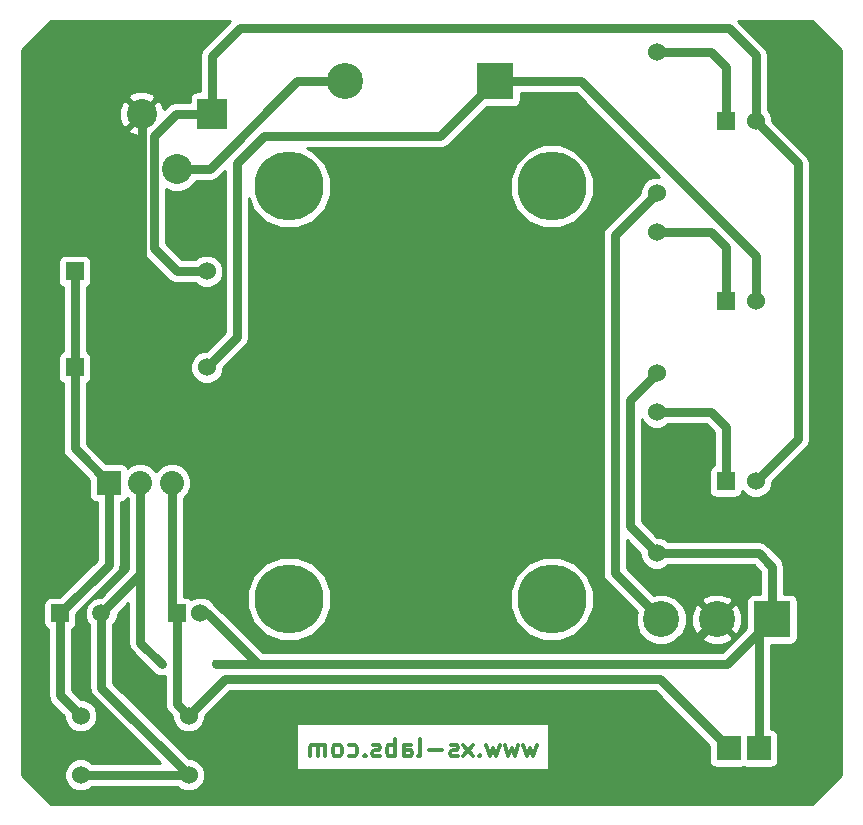
<source format=gbr>
G04 #@! TF.FileFunction,Copper,L2,Bot,Signal*
%FSLAX46Y46*%
G04 Gerber Fmt 4.6, Leading zero omitted, Abs format (unit mm)*
G04 Created by KiCad (PCBNEW (2015-08-21 BZR 6112)-product) date 2015 October 20, Tuesday 21:56:33*
%MOMM*%
G01*
G04 APERTURE LIST*
%ADD10C,0.100000*%
%ADD11C,0.300000*%
%ADD12C,5.842000*%
%ADD13C,3.048000*%
%ADD14R,3.048000X3.048000*%
%ADD15R,1.500000X1.500000*%
%ADD16C,1.500000*%
%ADD17C,1.524000*%
%ADD18R,1.524000X1.524000*%
%ADD19C,2.540000*%
%ADD20R,2.540000X2.540000*%
%ADD21R,2.032000X2.032000*%
%ADD22C,2.032000*%
%ADD23C,0.762000*%
%ADD24C,0.762000*%
%ADD25C,0.254000*%
G04 APERTURE END LIST*
D10*
D11*
X155474572Y-129980571D02*
X155188858Y-130980571D01*
X154903144Y-130266286D01*
X154617429Y-130980571D01*
X154331715Y-129980571D01*
X153903143Y-129980571D02*
X153617429Y-130980571D01*
X153331715Y-130266286D01*
X153046000Y-130980571D01*
X152760286Y-129980571D01*
X152331714Y-129980571D02*
X152046000Y-130980571D01*
X151760286Y-130266286D01*
X151474571Y-130980571D01*
X151188857Y-129980571D01*
X150617428Y-130837714D02*
X150546000Y-130909143D01*
X150617428Y-130980571D01*
X150688857Y-130909143D01*
X150617428Y-130837714D01*
X150617428Y-130980571D01*
X150045999Y-130980571D02*
X149260285Y-129980571D01*
X150045999Y-129980571D02*
X149260285Y-130980571D01*
X148760285Y-130909143D02*
X148617428Y-130980571D01*
X148331713Y-130980571D01*
X148188856Y-130909143D01*
X148117428Y-130766286D01*
X148117428Y-130694857D01*
X148188856Y-130552000D01*
X148331713Y-130480571D01*
X148545999Y-130480571D01*
X148688856Y-130409143D01*
X148760285Y-130266286D01*
X148760285Y-130194857D01*
X148688856Y-130052000D01*
X148545999Y-129980571D01*
X148331713Y-129980571D01*
X148188856Y-130052000D01*
X147474570Y-130409143D02*
X146331713Y-130409143D01*
X145403141Y-130980571D02*
X145545999Y-130909143D01*
X145617427Y-130766286D01*
X145617427Y-129480571D01*
X144188856Y-130980571D02*
X144188856Y-130194857D01*
X144260285Y-130052000D01*
X144403142Y-129980571D01*
X144688856Y-129980571D01*
X144831713Y-130052000D01*
X144188856Y-130909143D02*
X144331713Y-130980571D01*
X144688856Y-130980571D01*
X144831713Y-130909143D01*
X144903142Y-130766286D01*
X144903142Y-130623429D01*
X144831713Y-130480571D01*
X144688856Y-130409143D01*
X144331713Y-130409143D01*
X144188856Y-130337714D01*
X143474570Y-130980571D02*
X143474570Y-129480571D01*
X143474570Y-130052000D02*
X143331713Y-129980571D01*
X143045999Y-129980571D01*
X142903142Y-130052000D01*
X142831713Y-130123429D01*
X142760284Y-130266286D01*
X142760284Y-130694857D01*
X142831713Y-130837714D01*
X142903142Y-130909143D01*
X143045999Y-130980571D01*
X143331713Y-130980571D01*
X143474570Y-130909143D01*
X142188856Y-130909143D02*
X142045999Y-130980571D01*
X141760284Y-130980571D01*
X141617427Y-130909143D01*
X141545999Y-130766286D01*
X141545999Y-130694857D01*
X141617427Y-130552000D01*
X141760284Y-130480571D01*
X141974570Y-130480571D01*
X142117427Y-130409143D01*
X142188856Y-130266286D01*
X142188856Y-130194857D01*
X142117427Y-130052000D01*
X141974570Y-129980571D01*
X141760284Y-129980571D01*
X141617427Y-130052000D01*
X140903141Y-130837714D02*
X140831713Y-130909143D01*
X140903141Y-130980571D01*
X140974570Y-130909143D01*
X140903141Y-130837714D01*
X140903141Y-130980571D01*
X139545998Y-130909143D02*
X139688855Y-130980571D01*
X139974569Y-130980571D01*
X140117427Y-130909143D01*
X140188855Y-130837714D01*
X140260284Y-130694857D01*
X140260284Y-130266286D01*
X140188855Y-130123429D01*
X140117427Y-130052000D01*
X139974569Y-129980571D01*
X139688855Y-129980571D01*
X139545998Y-130052000D01*
X138688855Y-130980571D02*
X138831713Y-130909143D01*
X138903141Y-130837714D01*
X138974570Y-130694857D01*
X138974570Y-130266286D01*
X138903141Y-130123429D01*
X138831713Y-130052000D01*
X138688855Y-129980571D01*
X138474570Y-129980571D01*
X138331713Y-130052000D01*
X138260284Y-130123429D01*
X138188855Y-130266286D01*
X138188855Y-130694857D01*
X138260284Y-130837714D01*
X138331713Y-130909143D01*
X138474570Y-130980571D01*
X138688855Y-130980571D01*
X137545998Y-130980571D02*
X137545998Y-129980571D01*
X137545998Y-130123429D02*
X137474570Y-130052000D01*
X137331712Y-129980571D01*
X137117427Y-129980571D01*
X136974570Y-130052000D01*
X136903141Y-130194857D01*
X136903141Y-130980571D01*
X136903141Y-130194857D02*
X136831712Y-130052000D01*
X136688855Y-129980571D01*
X136474570Y-129980571D01*
X136331712Y-130052000D01*
X136260284Y-130194857D01*
X136260284Y-130980571D01*
D12*
X134493000Y-117652800D03*
X134493000Y-82727800D03*
X156718000Y-117652800D03*
X156718000Y-82727800D03*
D13*
X139255500Y-73837800D03*
D14*
X151955500Y-73837800D03*
D15*
X115090000Y-118872000D03*
D16*
X118590000Y-118872000D03*
D17*
X116840000Y-127548000D03*
X116840000Y-132548000D03*
X125984000Y-127548000D03*
X125984000Y-132548000D03*
D18*
X124984000Y-118872000D03*
D17*
X126984000Y-118872000D03*
X127508000Y-89916000D03*
D18*
X116332000Y-89916000D03*
D17*
X127508000Y-98044000D03*
D18*
X116332000Y-98044000D03*
D17*
X173990000Y-107696000D03*
D18*
X171450000Y-107696000D03*
D17*
X173990000Y-92456000D03*
D18*
X171450000Y-92456000D03*
D17*
X173990000Y-77216000D03*
D18*
X171450000Y-77216000D03*
D19*
X125000000Y-81282000D03*
X122000000Y-76582000D03*
D20*
X128000000Y-76582000D03*
D21*
X171704000Y-130302000D03*
X174244000Y-130302000D03*
D17*
X165608000Y-113792000D03*
X165608000Y-101854000D03*
X165608000Y-98552000D03*
X165608000Y-86614000D03*
X165608000Y-83312000D03*
X165608000Y-71374000D03*
D13*
X170688000Y-119380000D03*
X165989000Y-119380000D03*
D14*
X175387000Y-119380000D03*
D21*
X119216000Y-107798000D03*
D22*
X121886000Y-107798000D03*
X124556000Y-107798000D03*
D23*
X123698000Y-123190000D03*
X128270000Y-123190000D03*
D24*
X127760000Y-81282000D02*
X125000000Y-81282000D01*
X135204200Y-73837800D02*
X127760000Y-81282000D01*
X139255500Y-73837800D02*
X135204200Y-73837800D01*
X173990000Y-92456000D02*
X173990000Y-88646000D01*
X159181800Y-73837800D02*
X151955500Y-73837800D01*
X173990000Y-88646000D02*
X159181800Y-73837800D01*
X127508000Y-98044000D02*
X130048000Y-95504000D01*
X147307300Y-78486000D02*
X151955500Y-73837800D01*
X132334000Y-78486000D02*
X147307300Y-78486000D01*
X130048000Y-80772000D02*
X132334000Y-78486000D01*
X130048000Y-95504000D02*
X130048000Y-80772000D01*
X115090000Y-118872000D02*
X115090000Y-125798000D01*
X115090000Y-125798000D02*
X116840000Y-127548000D01*
X119216000Y-107798000D02*
X119216000Y-114746000D01*
X119216000Y-114746000D02*
X115090000Y-118872000D01*
X116332000Y-98044000D02*
X116332000Y-104914000D01*
X116332000Y-104914000D02*
X119216000Y-107798000D01*
X116332000Y-89916000D02*
X116332000Y-98044000D01*
X131826000Y-123190000D02*
X128270000Y-123190000D01*
X121886000Y-121378000D02*
X121886000Y-115576000D01*
X123698000Y-123190000D02*
X121886000Y-121378000D01*
X165608000Y-98552000D02*
X163322000Y-100838000D01*
X163322000Y-111506000D02*
X165608000Y-113792000D01*
X163322000Y-100838000D02*
X163322000Y-111506000D01*
X118590000Y-125154000D02*
X125984000Y-132548000D01*
X118590000Y-118872000D02*
X118590000Y-125154000D01*
X126984000Y-118872000D02*
X127508000Y-118872000D01*
X127508000Y-118872000D02*
X131826000Y-123190000D01*
X131826000Y-123190000D02*
X171577000Y-123190000D01*
X171577000Y-123190000D02*
X175387000Y-119380000D01*
X165608000Y-113792000D02*
X174244000Y-113792000D01*
X175387000Y-114935000D02*
X175387000Y-119380000D01*
X174244000Y-113792000D02*
X175387000Y-114935000D01*
X174244000Y-130302000D02*
X174244000Y-120523000D01*
X174244000Y-120523000D02*
X175387000Y-119380000D01*
X116840000Y-132548000D02*
X125984000Y-132548000D01*
X121886000Y-107798000D02*
X121886000Y-115576000D01*
X121886000Y-115576000D02*
X118590000Y-118872000D01*
X125984000Y-127548000D02*
X125984000Y-127508000D01*
X125984000Y-127508000D02*
X129032000Y-124460000D01*
X165862000Y-124460000D02*
X171704000Y-130302000D01*
X129032000Y-124460000D02*
X165862000Y-124460000D01*
X124556000Y-107798000D02*
X124556000Y-118444000D01*
X124556000Y-118444000D02*
X124984000Y-118872000D01*
X124984000Y-126548000D02*
X125984000Y-127548000D01*
X124984000Y-118872000D02*
X124984000Y-126548000D01*
X173990000Y-77216000D02*
X177546000Y-80772000D01*
X177546000Y-104140000D02*
X173990000Y-107696000D01*
X177546000Y-80772000D02*
X177546000Y-104140000D01*
X128000000Y-76582000D02*
X124920002Y-76582000D01*
X124968000Y-89916000D02*
X127508000Y-89916000D01*
X123016002Y-87964002D02*
X124968000Y-89916000D01*
X123016002Y-78486000D02*
X123016002Y-87964002D01*
X124920002Y-76582000D02*
X123016002Y-78486000D01*
X128000000Y-71644000D02*
X128000000Y-76582000D01*
X130302000Y-69342000D02*
X128000000Y-71644000D01*
X171704000Y-69342000D02*
X130302000Y-69342000D01*
X173990000Y-71628000D02*
X171704000Y-69342000D01*
X173990000Y-77216000D02*
X173990000Y-71628000D01*
X165608000Y-101854000D02*
X170180000Y-101854000D01*
X171450000Y-103124000D02*
X171450000Y-107696000D01*
X170180000Y-101854000D02*
X171450000Y-103124000D01*
X165608000Y-86614000D02*
X170180000Y-86614000D01*
X171450000Y-87884000D02*
X171450000Y-92456000D01*
X170180000Y-86614000D02*
X171450000Y-87884000D01*
X165608000Y-71374000D02*
X170180000Y-71374000D01*
X171450000Y-72644000D02*
X171450000Y-77216000D01*
X170180000Y-71374000D02*
X171450000Y-72644000D01*
X122000000Y-102188000D02*
X122000000Y-76582000D01*
X130048000Y-110236000D02*
X122000000Y-102188000D01*
X130048000Y-119380000D02*
X130048000Y-110236000D01*
X132588000Y-121920000D02*
X130048000Y-119380000D01*
X168148000Y-121920000D02*
X132588000Y-121920000D01*
X170688000Y-119380000D02*
X168148000Y-121920000D01*
X165608000Y-83312000D02*
X162052000Y-86868000D01*
X162052000Y-115443000D02*
X165989000Y-119380000D01*
X162052000Y-86868000D02*
X162052000Y-115443000D01*
D25*
G36*
X127281580Y-70925580D02*
X127061338Y-71255193D01*
X127061338Y-71255194D01*
X126984000Y-71644000D01*
X126984000Y-74664560D01*
X126730000Y-74664560D01*
X126494683Y-74708838D01*
X126278559Y-74847910D01*
X126133569Y-75060110D01*
X126082560Y-75312000D01*
X126082560Y-75566000D01*
X124920002Y-75566000D01*
X124531195Y-75643338D01*
X124201582Y-75863579D01*
X123894879Y-76170283D01*
X123894436Y-76153368D01*
X123642657Y-75545520D01*
X123347777Y-75413828D01*
X122179605Y-76582000D01*
X122193748Y-76596143D01*
X122014143Y-76775748D01*
X122000000Y-76761605D01*
X120831828Y-77929777D01*
X120963520Y-78224657D01*
X121671036Y-78496261D01*
X122000002Y-78487653D01*
X122000002Y-87964002D01*
X122009399Y-88011242D01*
X122077340Y-88352809D01*
X122297582Y-88682422D01*
X124249579Y-90634420D01*
X124579193Y-90854662D01*
X124643700Y-90867493D01*
X124968000Y-90932000D01*
X126548293Y-90932000D01*
X126715630Y-91099629D01*
X127228900Y-91312757D01*
X127784661Y-91313242D01*
X128298303Y-91101010D01*
X128691629Y-90708370D01*
X128904757Y-90195100D01*
X128905242Y-89639339D01*
X128693010Y-89125697D01*
X128300370Y-88732371D01*
X127787100Y-88519243D01*
X127231339Y-88518758D01*
X126717697Y-88730990D01*
X126548392Y-88900000D01*
X125388841Y-88900000D01*
X124032002Y-87543162D01*
X124032002Y-82942756D01*
X124619410Y-83186668D01*
X125377265Y-83187330D01*
X126077686Y-82897922D01*
X126614039Y-82362505D01*
X126640824Y-82298000D01*
X127760000Y-82298000D01*
X128084300Y-82233493D01*
X128148807Y-82220662D01*
X128478420Y-82000420D01*
X129032000Y-81446840D01*
X129032000Y-95083159D01*
X127468195Y-96646965D01*
X127231339Y-96646758D01*
X126717697Y-96858990D01*
X126324371Y-97251630D01*
X126111243Y-97764900D01*
X126110758Y-98320661D01*
X126322990Y-98834303D01*
X126715630Y-99227629D01*
X127228900Y-99440757D01*
X127784661Y-99441242D01*
X128298303Y-99229010D01*
X128691629Y-98836370D01*
X128904757Y-98323100D01*
X128904966Y-98083875D01*
X130766420Y-96222421D01*
X130986661Y-95892807D01*
X130986662Y-95892806D01*
X131064000Y-95504000D01*
X131064000Y-83740883D01*
X131476612Y-84739481D01*
X132476058Y-85740672D01*
X133782565Y-86283181D01*
X135197229Y-86284416D01*
X136504681Y-85744188D01*
X137505872Y-84744742D01*
X138048381Y-83438235D01*
X138048386Y-83432029D01*
X153161384Y-83432029D01*
X153701612Y-84739481D01*
X154701058Y-85740672D01*
X156007565Y-86283181D01*
X157422229Y-86284416D01*
X158729681Y-85744188D01*
X159730872Y-84744742D01*
X160273381Y-83438235D01*
X160274616Y-82023571D01*
X159734388Y-80716119D01*
X158734942Y-79714928D01*
X157428435Y-79172419D01*
X156013771Y-79171184D01*
X154706319Y-79711412D01*
X153705128Y-80710858D01*
X153162619Y-82017365D01*
X153161384Y-83432029D01*
X138048386Y-83432029D01*
X138049616Y-82023571D01*
X137509388Y-80716119D01*
X136509942Y-79714928D01*
X135997154Y-79502000D01*
X147307300Y-79502000D01*
X147631600Y-79437493D01*
X147696107Y-79424662D01*
X148025720Y-79204420D01*
X151220901Y-76009240D01*
X153479500Y-76009240D01*
X153714817Y-75964962D01*
X153930941Y-75825890D01*
X154075931Y-75613690D01*
X154126940Y-75361800D01*
X154126940Y-74853800D01*
X158760960Y-74853800D01*
X165822346Y-81915186D01*
X165331339Y-81914758D01*
X164817697Y-82126990D01*
X164424371Y-82519630D01*
X164211243Y-83032900D01*
X164211034Y-83272125D01*
X161333580Y-86149580D01*
X161113338Y-86479193D01*
X161113338Y-86479194D01*
X161036000Y-86868000D01*
X161036000Y-115443000D01*
X161099453Y-115762000D01*
X161113338Y-115831807D01*
X161333580Y-116161420D01*
X163915594Y-118743435D01*
X163830376Y-118948664D01*
X163829626Y-119807567D01*
X164157622Y-120601377D01*
X164764428Y-121209244D01*
X165557664Y-121538624D01*
X166416567Y-121539374D01*
X167210377Y-121211378D01*
X167510972Y-120911307D01*
X169336298Y-120911307D01*
X169499011Y-121232568D01*
X170298464Y-121546556D01*
X171157221Y-121530706D01*
X171876989Y-121232568D01*
X172039702Y-120911307D01*
X170688000Y-119559605D01*
X169336298Y-120911307D01*
X167510972Y-120911307D01*
X167818244Y-120604572D01*
X168147624Y-119811336D01*
X168148340Y-118990464D01*
X168521444Y-118990464D01*
X168537294Y-119849221D01*
X168835432Y-120568989D01*
X169156693Y-120731702D01*
X170508395Y-119380000D01*
X170867605Y-119380000D01*
X172219307Y-120731702D01*
X172540568Y-120568989D01*
X172854556Y-119769536D01*
X172838706Y-118910779D01*
X172540568Y-118191011D01*
X172219307Y-118028298D01*
X170867605Y-119380000D01*
X170508395Y-119380000D01*
X169156693Y-118028298D01*
X168835432Y-118191011D01*
X168521444Y-118990464D01*
X168148340Y-118990464D01*
X168148374Y-118952433D01*
X167820378Y-118158623D01*
X167510989Y-117848693D01*
X169336298Y-117848693D01*
X170688000Y-119200395D01*
X172039702Y-117848693D01*
X171876989Y-117527432D01*
X171077536Y-117213444D01*
X170218779Y-117229294D01*
X169499011Y-117527432D01*
X169336298Y-117848693D01*
X167510989Y-117848693D01*
X167213572Y-117550756D01*
X166420336Y-117221376D01*
X165561433Y-117220626D01*
X165352710Y-117306869D01*
X163068000Y-115022160D01*
X163068000Y-112688840D01*
X164210965Y-113831805D01*
X164210758Y-114068661D01*
X164422990Y-114582303D01*
X164815630Y-114975629D01*
X165328900Y-115188757D01*
X165884661Y-115189242D01*
X166398303Y-114977010D01*
X166567608Y-114808000D01*
X173823160Y-114808000D01*
X174371000Y-115355841D01*
X174371000Y-117208560D01*
X173863000Y-117208560D01*
X173627683Y-117252838D01*
X173411559Y-117391910D01*
X173266569Y-117604110D01*
X173215560Y-117856000D01*
X173215560Y-120114599D01*
X171156160Y-122174000D01*
X132246841Y-122174000D01*
X128429870Y-118357029D01*
X130936384Y-118357029D01*
X131476612Y-119664481D01*
X132476058Y-120665672D01*
X133782565Y-121208181D01*
X135197229Y-121209416D01*
X136504681Y-120669188D01*
X137505872Y-119669742D01*
X138048381Y-118363235D01*
X138048386Y-118357029D01*
X153161384Y-118357029D01*
X153701612Y-119664481D01*
X154701058Y-120665672D01*
X156007565Y-121208181D01*
X157422229Y-121209416D01*
X158729681Y-120669188D01*
X159730872Y-119669742D01*
X160273381Y-118363235D01*
X160274616Y-116948571D01*
X159734388Y-115641119D01*
X158734942Y-114639928D01*
X157428435Y-114097419D01*
X156013771Y-114096184D01*
X154706319Y-114636412D01*
X153705128Y-115635858D01*
X153162619Y-116942365D01*
X153161384Y-118357029D01*
X138048386Y-118357029D01*
X138049616Y-116948571D01*
X137509388Y-115641119D01*
X136509942Y-114639928D01*
X135203435Y-114097419D01*
X133788771Y-114096184D01*
X132481319Y-114636412D01*
X131480128Y-115635858D01*
X130937619Y-116942365D01*
X130936384Y-118357029D01*
X128429870Y-118357029D01*
X128226420Y-118153580D01*
X128188144Y-118128004D01*
X128169010Y-118081697D01*
X127776370Y-117688371D01*
X127263100Y-117475243D01*
X126707339Y-117474758D01*
X126221099Y-117675668D01*
X126210090Y-117658559D01*
X125997890Y-117513569D01*
X125746000Y-117462560D01*
X125572000Y-117462560D01*
X125572000Y-109116604D01*
X125954834Y-108734437D01*
X126206713Y-108127845D01*
X126207286Y-107471037D01*
X125956466Y-106864005D01*
X125492437Y-106399166D01*
X124885845Y-106147287D01*
X124229037Y-106146714D01*
X123622005Y-106397534D01*
X123220708Y-106798132D01*
X122822437Y-106399166D01*
X122215845Y-106147287D01*
X121559037Y-106146714D01*
X120952005Y-106397534D01*
X120822425Y-106526889D01*
X120696090Y-106330559D01*
X120483890Y-106185569D01*
X120232000Y-106134560D01*
X118989401Y-106134560D01*
X117348000Y-104493160D01*
X117348000Y-99397140D01*
X117545441Y-99270090D01*
X117690431Y-99057890D01*
X117741440Y-98806000D01*
X117741440Y-97282000D01*
X117697162Y-97046683D01*
X117558090Y-96830559D01*
X117348000Y-96687011D01*
X117348000Y-91269140D01*
X117545441Y-91142090D01*
X117690431Y-90929890D01*
X117741440Y-90678000D01*
X117741440Y-89154000D01*
X117697162Y-88918683D01*
X117558090Y-88702559D01*
X117345890Y-88557569D01*
X117094000Y-88506560D01*
X115570000Y-88506560D01*
X115334683Y-88550838D01*
X115118559Y-88689910D01*
X114973569Y-88902110D01*
X114922560Y-89154000D01*
X114922560Y-90678000D01*
X114966838Y-90913317D01*
X115105910Y-91129441D01*
X115316000Y-91272989D01*
X115316000Y-96690860D01*
X115118559Y-96817910D01*
X114973569Y-97030110D01*
X114922560Y-97282000D01*
X114922560Y-98806000D01*
X114966838Y-99041317D01*
X115105910Y-99257441D01*
X115316000Y-99400989D01*
X115316000Y-104914000D01*
X115364137Y-105156000D01*
X115393338Y-105302807D01*
X115613580Y-105632420D01*
X117552560Y-107571401D01*
X117552560Y-108814000D01*
X117596838Y-109049317D01*
X117735910Y-109265441D01*
X117948110Y-109410431D01*
X118200000Y-109461440D01*
X118200000Y-114325159D01*
X115050600Y-117474560D01*
X114340000Y-117474560D01*
X114104683Y-117518838D01*
X113888559Y-117657910D01*
X113743569Y-117870110D01*
X113692560Y-118122000D01*
X113692560Y-119622000D01*
X113736838Y-119857317D01*
X113875910Y-120073441D01*
X114074000Y-120208790D01*
X114074000Y-125798000D01*
X114132612Y-126092662D01*
X114151338Y-126186807D01*
X114371580Y-126516420D01*
X115442965Y-127587805D01*
X115442758Y-127824661D01*
X115654990Y-128338303D01*
X116047630Y-128731629D01*
X116560900Y-128944757D01*
X117116661Y-128945242D01*
X117630303Y-128733010D01*
X118023629Y-128340370D01*
X118236757Y-127827100D01*
X118237242Y-127271339D01*
X118025010Y-126757697D01*
X117632370Y-126364371D01*
X117119100Y-126151243D01*
X116879875Y-126151034D01*
X116106000Y-125377160D01*
X116106000Y-120205418D01*
X116291441Y-120086090D01*
X116436431Y-119873890D01*
X116487440Y-119622000D01*
X116487440Y-118911400D01*
X119934420Y-115464421D01*
X120154662Y-115134807D01*
X120186324Y-114975629D01*
X120232000Y-114746000D01*
X120232000Y-109461440D01*
X120467317Y-109417162D01*
X120683441Y-109278090D01*
X120824537Y-109071589D01*
X120870000Y-109117132D01*
X120870000Y-115155159D01*
X118538206Y-117486954D01*
X118315715Y-117486760D01*
X117806485Y-117697169D01*
X117416539Y-118086436D01*
X117205241Y-118595298D01*
X117204760Y-119146285D01*
X117415169Y-119655515D01*
X117574000Y-119814623D01*
X117574000Y-125154000D01*
X117622666Y-125398662D01*
X117651338Y-125542807D01*
X117871580Y-125872420D01*
X123531159Y-131532000D01*
X117799707Y-131532000D01*
X117632370Y-131364371D01*
X117119100Y-131151243D01*
X116563339Y-131150758D01*
X116049697Y-131362990D01*
X115656371Y-131755630D01*
X115443243Y-132268900D01*
X115442758Y-132824661D01*
X115654990Y-133338303D01*
X116047630Y-133731629D01*
X116560900Y-133944757D01*
X117116661Y-133945242D01*
X117630303Y-133733010D01*
X117799608Y-133564000D01*
X125024293Y-133564000D01*
X125191630Y-133731629D01*
X125704900Y-133944757D01*
X126260661Y-133945242D01*
X126774303Y-133733010D01*
X127167629Y-133340370D01*
X127380757Y-132827100D01*
X127381242Y-132271339D01*
X127169010Y-131757697D01*
X126776370Y-131364371D01*
X126263100Y-131151243D01*
X126023875Y-131151034D01*
X119606000Y-124733160D01*
X119606000Y-119814751D01*
X119763461Y-119657564D01*
X119974759Y-119148702D01*
X119974955Y-118923885D01*
X120870000Y-118028840D01*
X120870000Y-121378000D01*
X120934507Y-121702300D01*
X120947338Y-121766807D01*
X121167580Y-122096420D01*
X122979239Y-123908080D01*
X123121731Y-124050821D01*
X123495018Y-124205824D01*
X123899208Y-124206176D01*
X123968000Y-124177752D01*
X123968000Y-126548000D01*
X124024010Y-126829580D01*
X124045338Y-126936807D01*
X124265580Y-127266420D01*
X124586965Y-127587805D01*
X124586758Y-127824661D01*
X124798990Y-128338303D01*
X125191630Y-128731629D01*
X125704900Y-128944757D01*
X126260661Y-128945242D01*
X126774303Y-128733010D01*
X127167629Y-128340370D01*
X127239618Y-128167000D01*
X135118142Y-128167000D01*
X135118142Y-132137000D01*
X156473859Y-132137000D01*
X156473859Y-128167000D01*
X135118142Y-128167000D01*
X127239618Y-128167000D01*
X127380757Y-127827100D01*
X127381001Y-127547840D01*
X129452841Y-125476000D01*
X165441160Y-125476000D01*
X170040560Y-130075401D01*
X170040560Y-131318000D01*
X170084838Y-131553317D01*
X170223910Y-131769441D01*
X170436110Y-131914431D01*
X170688000Y-131965440D01*
X172720000Y-131965440D01*
X172955317Y-131921162D01*
X172971099Y-131911007D01*
X172976110Y-131914431D01*
X173228000Y-131965440D01*
X175260000Y-131965440D01*
X175495317Y-131921162D01*
X175711441Y-131782090D01*
X175856431Y-131569890D01*
X175907440Y-131318000D01*
X175907440Y-129286000D01*
X175863162Y-129050683D01*
X175724090Y-128834559D01*
X175511890Y-128689569D01*
X175260000Y-128638560D01*
X175260000Y-121551440D01*
X176911000Y-121551440D01*
X177146317Y-121507162D01*
X177362441Y-121368090D01*
X177507431Y-121155890D01*
X177558440Y-120904000D01*
X177558440Y-117856000D01*
X177514162Y-117620683D01*
X177375090Y-117404559D01*
X177162890Y-117259569D01*
X176911000Y-117208560D01*
X176403000Y-117208560D01*
X176403000Y-114935000D01*
X176333256Y-114584370D01*
X176325662Y-114546193D01*
X176105420Y-114216579D01*
X174962420Y-113073580D01*
X174632807Y-112853338D01*
X174568300Y-112840507D01*
X174244000Y-112776000D01*
X166567707Y-112776000D01*
X166400370Y-112608371D01*
X165887100Y-112395243D01*
X165647875Y-112395034D01*
X164338000Y-111085160D01*
X164338000Y-102438611D01*
X164422990Y-102644303D01*
X164815630Y-103037629D01*
X165328900Y-103250757D01*
X165884661Y-103251242D01*
X166398303Y-103039010D01*
X166567608Y-102870000D01*
X169759160Y-102870000D01*
X170434000Y-103544841D01*
X170434000Y-106342860D01*
X170236559Y-106469910D01*
X170091569Y-106682110D01*
X170040560Y-106934000D01*
X170040560Y-108458000D01*
X170084838Y-108693317D01*
X170223910Y-108909441D01*
X170436110Y-109054431D01*
X170688000Y-109105440D01*
X172212000Y-109105440D01*
X172447317Y-109061162D01*
X172663441Y-108922090D01*
X172808431Y-108709890D01*
X172845492Y-108526876D01*
X173197630Y-108879629D01*
X173710900Y-109092757D01*
X174266661Y-109093242D01*
X174780303Y-108881010D01*
X175173629Y-108488370D01*
X175386757Y-107975100D01*
X175386966Y-107735874D01*
X178264420Y-104858421D01*
X178484661Y-104528807D01*
X178484662Y-104528806D01*
X178562000Y-104140000D01*
X178562000Y-80772000D01*
X178484662Y-80383194D01*
X178363254Y-80201495D01*
X178264420Y-80053579D01*
X175387035Y-77176195D01*
X175387242Y-76939339D01*
X175175010Y-76425697D01*
X175006000Y-76256392D01*
X175006000Y-71628000D01*
X174928662Y-71239194D01*
X174833877Y-71097339D01*
X174708420Y-70909579D01*
X172505840Y-68707000D01*
X178763394Y-68707000D01*
X181229000Y-71172606D01*
X181229000Y-132535394D01*
X178763394Y-135001000D01*
X114352606Y-135001000D01*
X111887000Y-132535394D01*
X111887000Y-76253036D01*
X120085739Y-76253036D01*
X120105564Y-77010632D01*
X120357343Y-77618480D01*
X120652223Y-77750172D01*
X121820395Y-76582000D01*
X120652223Y-75413828D01*
X120357343Y-75545520D01*
X120085739Y-76253036D01*
X111887000Y-76253036D01*
X111887000Y-75234223D01*
X120831828Y-75234223D01*
X122000000Y-76402395D01*
X123168172Y-75234223D01*
X123036480Y-74939343D01*
X122328964Y-74667739D01*
X121571368Y-74687564D01*
X120963520Y-74939343D01*
X120831828Y-75234223D01*
X111887000Y-75234223D01*
X111887000Y-71172606D01*
X114352606Y-68707000D01*
X129500159Y-68707000D01*
X127281580Y-70925580D01*
X127281580Y-70925580D01*
G37*
X127281580Y-70925580D02*
X127061338Y-71255193D01*
X127061338Y-71255194D01*
X126984000Y-71644000D01*
X126984000Y-74664560D01*
X126730000Y-74664560D01*
X126494683Y-74708838D01*
X126278559Y-74847910D01*
X126133569Y-75060110D01*
X126082560Y-75312000D01*
X126082560Y-75566000D01*
X124920002Y-75566000D01*
X124531195Y-75643338D01*
X124201582Y-75863579D01*
X123894879Y-76170283D01*
X123894436Y-76153368D01*
X123642657Y-75545520D01*
X123347777Y-75413828D01*
X122179605Y-76582000D01*
X122193748Y-76596143D01*
X122014143Y-76775748D01*
X122000000Y-76761605D01*
X120831828Y-77929777D01*
X120963520Y-78224657D01*
X121671036Y-78496261D01*
X122000002Y-78487653D01*
X122000002Y-87964002D01*
X122009399Y-88011242D01*
X122077340Y-88352809D01*
X122297582Y-88682422D01*
X124249579Y-90634420D01*
X124579193Y-90854662D01*
X124643700Y-90867493D01*
X124968000Y-90932000D01*
X126548293Y-90932000D01*
X126715630Y-91099629D01*
X127228900Y-91312757D01*
X127784661Y-91313242D01*
X128298303Y-91101010D01*
X128691629Y-90708370D01*
X128904757Y-90195100D01*
X128905242Y-89639339D01*
X128693010Y-89125697D01*
X128300370Y-88732371D01*
X127787100Y-88519243D01*
X127231339Y-88518758D01*
X126717697Y-88730990D01*
X126548392Y-88900000D01*
X125388841Y-88900000D01*
X124032002Y-87543162D01*
X124032002Y-82942756D01*
X124619410Y-83186668D01*
X125377265Y-83187330D01*
X126077686Y-82897922D01*
X126614039Y-82362505D01*
X126640824Y-82298000D01*
X127760000Y-82298000D01*
X128084300Y-82233493D01*
X128148807Y-82220662D01*
X128478420Y-82000420D01*
X129032000Y-81446840D01*
X129032000Y-95083159D01*
X127468195Y-96646965D01*
X127231339Y-96646758D01*
X126717697Y-96858990D01*
X126324371Y-97251630D01*
X126111243Y-97764900D01*
X126110758Y-98320661D01*
X126322990Y-98834303D01*
X126715630Y-99227629D01*
X127228900Y-99440757D01*
X127784661Y-99441242D01*
X128298303Y-99229010D01*
X128691629Y-98836370D01*
X128904757Y-98323100D01*
X128904966Y-98083875D01*
X130766420Y-96222421D01*
X130986661Y-95892807D01*
X130986662Y-95892806D01*
X131064000Y-95504000D01*
X131064000Y-83740883D01*
X131476612Y-84739481D01*
X132476058Y-85740672D01*
X133782565Y-86283181D01*
X135197229Y-86284416D01*
X136504681Y-85744188D01*
X137505872Y-84744742D01*
X138048381Y-83438235D01*
X138048386Y-83432029D01*
X153161384Y-83432029D01*
X153701612Y-84739481D01*
X154701058Y-85740672D01*
X156007565Y-86283181D01*
X157422229Y-86284416D01*
X158729681Y-85744188D01*
X159730872Y-84744742D01*
X160273381Y-83438235D01*
X160274616Y-82023571D01*
X159734388Y-80716119D01*
X158734942Y-79714928D01*
X157428435Y-79172419D01*
X156013771Y-79171184D01*
X154706319Y-79711412D01*
X153705128Y-80710858D01*
X153162619Y-82017365D01*
X153161384Y-83432029D01*
X138048386Y-83432029D01*
X138049616Y-82023571D01*
X137509388Y-80716119D01*
X136509942Y-79714928D01*
X135997154Y-79502000D01*
X147307300Y-79502000D01*
X147631600Y-79437493D01*
X147696107Y-79424662D01*
X148025720Y-79204420D01*
X151220901Y-76009240D01*
X153479500Y-76009240D01*
X153714817Y-75964962D01*
X153930941Y-75825890D01*
X154075931Y-75613690D01*
X154126940Y-75361800D01*
X154126940Y-74853800D01*
X158760960Y-74853800D01*
X165822346Y-81915186D01*
X165331339Y-81914758D01*
X164817697Y-82126990D01*
X164424371Y-82519630D01*
X164211243Y-83032900D01*
X164211034Y-83272125D01*
X161333580Y-86149580D01*
X161113338Y-86479193D01*
X161113338Y-86479194D01*
X161036000Y-86868000D01*
X161036000Y-115443000D01*
X161099453Y-115762000D01*
X161113338Y-115831807D01*
X161333580Y-116161420D01*
X163915594Y-118743435D01*
X163830376Y-118948664D01*
X163829626Y-119807567D01*
X164157622Y-120601377D01*
X164764428Y-121209244D01*
X165557664Y-121538624D01*
X166416567Y-121539374D01*
X167210377Y-121211378D01*
X167510972Y-120911307D01*
X169336298Y-120911307D01*
X169499011Y-121232568D01*
X170298464Y-121546556D01*
X171157221Y-121530706D01*
X171876989Y-121232568D01*
X172039702Y-120911307D01*
X170688000Y-119559605D01*
X169336298Y-120911307D01*
X167510972Y-120911307D01*
X167818244Y-120604572D01*
X168147624Y-119811336D01*
X168148340Y-118990464D01*
X168521444Y-118990464D01*
X168537294Y-119849221D01*
X168835432Y-120568989D01*
X169156693Y-120731702D01*
X170508395Y-119380000D01*
X170867605Y-119380000D01*
X172219307Y-120731702D01*
X172540568Y-120568989D01*
X172854556Y-119769536D01*
X172838706Y-118910779D01*
X172540568Y-118191011D01*
X172219307Y-118028298D01*
X170867605Y-119380000D01*
X170508395Y-119380000D01*
X169156693Y-118028298D01*
X168835432Y-118191011D01*
X168521444Y-118990464D01*
X168148340Y-118990464D01*
X168148374Y-118952433D01*
X167820378Y-118158623D01*
X167510989Y-117848693D01*
X169336298Y-117848693D01*
X170688000Y-119200395D01*
X172039702Y-117848693D01*
X171876989Y-117527432D01*
X171077536Y-117213444D01*
X170218779Y-117229294D01*
X169499011Y-117527432D01*
X169336298Y-117848693D01*
X167510989Y-117848693D01*
X167213572Y-117550756D01*
X166420336Y-117221376D01*
X165561433Y-117220626D01*
X165352710Y-117306869D01*
X163068000Y-115022160D01*
X163068000Y-112688840D01*
X164210965Y-113831805D01*
X164210758Y-114068661D01*
X164422990Y-114582303D01*
X164815630Y-114975629D01*
X165328900Y-115188757D01*
X165884661Y-115189242D01*
X166398303Y-114977010D01*
X166567608Y-114808000D01*
X173823160Y-114808000D01*
X174371000Y-115355841D01*
X174371000Y-117208560D01*
X173863000Y-117208560D01*
X173627683Y-117252838D01*
X173411559Y-117391910D01*
X173266569Y-117604110D01*
X173215560Y-117856000D01*
X173215560Y-120114599D01*
X171156160Y-122174000D01*
X132246841Y-122174000D01*
X128429870Y-118357029D01*
X130936384Y-118357029D01*
X131476612Y-119664481D01*
X132476058Y-120665672D01*
X133782565Y-121208181D01*
X135197229Y-121209416D01*
X136504681Y-120669188D01*
X137505872Y-119669742D01*
X138048381Y-118363235D01*
X138048386Y-118357029D01*
X153161384Y-118357029D01*
X153701612Y-119664481D01*
X154701058Y-120665672D01*
X156007565Y-121208181D01*
X157422229Y-121209416D01*
X158729681Y-120669188D01*
X159730872Y-119669742D01*
X160273381Y-118363235D01*
X160274616Y-116948571D01*
X159734388Y-115641119D01*
X158734942Y-114639928D01*
X157428435Y-114097419D01*
X156013771Y-114096184D01*
X154706319Y-114636412D01*
X153705128Y-115635858D01*
X153162619Y-116942365D01*
X153161384Y-118357029D01*
X138048386Y-118357029D01*
X138049616Y-116948571D01*
X137509388Y-115641119D01*
X136509942Y-114639928D01*
X135203435Y-114097419D01*
X133788771Y-114096184D01*
X132481319Y-114636412D01*
X131480128Y-115635858D01*
X130937619Y-116942365D01*
X130936384Y-118357029D01*
X128429870Y-118357029D01*
X128226420Y-118153580D01*
X128188144Y-118128004D01*
X128169010Y-118081697D01*
X127776370Y-117688371D01*
X127263100Y-117475243D01*
X126707339Y-117474758D01*
X126221099Y-117675668D01*
X126210090Y-117658559D01*
X125997890Y-117513569D01*
X125746000Y-117462560D01*
X125572000Y-117462560D01*
X125572000Y-109116604D01*
X125954834Y-108734437D01*
X126206713Y-108127845D01*
X126207286Y-107471037D01*
X125956466Y-106864005D01*
X125492437Y-106399166D01*
X124885845Y-106147287D01*
X124229037Y-106146714D01*
X123622005Y-106397534D01*
X123220708Y-106798132D01*
X122822437Y-106399166D01*
X122215845Y-106147287D01*
X121559037Y-106146714D01*
X120952005Y-106397534D01*
X120822425Y-106526889D01*
X120696090Y-106330559D01*
X120483890Y-106185569D01*
X120232000Y-106134560D01*
X118989401Y-106134560D01*
X117348000Y-104493160D01*
X117348000Y-99397140D01*
X117545441Y-99270090D01*
X117690431Y-99057890D01*
X117741440Y-98806000D01*
X117741440Y-97282000D01*
X117697162Y-97046683D01*
X117558090Y-96830559D01*
X117348000Y-96687011D01*
X117348000Y-91269140D01*
X117545441Y-91142090D01*
X117690431Y-90929890D01*
X117741440Y-90678000D01*
X117741440Y-89154000D01*
X117697162Y-88918683D01*
X117558090Y-88702559D01*
X117345890Y-88557569D01*
X117094000Y-88506560D01*
X115570000Y-88506560D01*
X115334683Y-88550838D01*
X115118559Y-88689910D01*
X114973569Y-88902110D01*
X114922560Y-89154000D01*
X114922560Y-90678000D01*
X114966838Y-90913317D01*
X115105910Y-91129441D01*
X115316000Y-91272989D01*
X115316000Y-96690860D01*
X115118559Y-96817910D01*
X114973569Y-97030110D01*
X114922560Y-97282000D01*
X114922560Y-98806000D01*
X114966838Y-99041317D01*
X115105910Y-99257441D01*
X115316000Y-99400989D01*
X115316000Y-104914000D01*
X115364137Y-105156000D01*
X115393338Y-105302807D01*
X115613580Y-105632420D01*
X117552560Y-107571401D01*
X117552560Y-108814000D01*
X117596838Y-109049317D01*
X117735910Y-109265441D01*
X117948110Y-109410431D01*
X118200000Y-109461440D01*
X118200000Y-114325159D01*
X115050600Y-117474560D01*
X114340000Y-117474560D01*
X114104683Y-117518838D01*
X113888559Y-117657910D01*
X113743569Y-117870110D01*
X113692560Y-118122000D01*
X113692560Y-119622000D01*
X113736838Y-119857317D01*
X113875910Y-120073441D01*
X114074000Y-120208790D01*
X114074000Y-125798000D01*
X114132612Y-126092662D01*
X114151338Y-126186807D01*
X114371580Y-126516420D01*
X115442965Y-127587805D01*
X115442758Y-127824661D01*
X115654990Y-128338303D01*
X116047630Y-128731629D01*
X116560900Y-128944757D01*
X117116661Y-128945242D01*
X117630303Y-128733010D01*
X118023629Y-128340370D01*
X118236757Y-127827100D01*
X118237242Y-127271339D01*
X118025010Y-126757697D01*
X117632370Y-126364371D01*
X117119100Y-126151243D01*
X116879875Y-126151034D01*
X116106000Y-125377160D01*
X116106000Y-120205418D01*
X116291441Y-120086090D01*
X116436431Y-119873890D01*
X116487440Y-119622000D01*
X116487440Y-118911400D01*
X119934420Y-115464421D01*
X120154662Y-115134807D01*
X120186324Y-114975629D01*
X120232000Y-114746000D01*
X120232000Y-109461440D01*
X120467317Y-109417162D01*
X120683441Y-109278090D01*
X120824537Y-109071589D01*
X120870000Y-109117132D01*
X120870000Y-115155159D01*
X118538206Y-117486954D01*
X118315715Y-117486760D01*
X117806485Y-117697169D01*
X117416539Y-118086436D01*
X117205241Y-118595298D01*
X117204760Y-119146285D01*
X117415169Y-119655515D01*
X117574000Y-119814623D01*
X117574000Y-125154000D01*
X117622666Y-125398662D01*
X117651338Y-125542807D01*
X117871580Y-125872420D01*
X123531159Y-131532000D01*
X117799707Y-131532000D01*
X117632370Y-131364371D01*
X117119100Y-131151243D01*
X116563339Y-131150758D01*
X116049697Y-131362990D01*
X115656371Y-131755630D01*
X115443243Y-132268900D01*
X115442758Y-132824661D01*
X115654990Y-133338303D01*
X116047630Y-133731629D01*
X116560900Y-133944757D01*
X117116661Y-133945242D01*
X117630303Y-133733010D01*
X117799608Y-133564000D01*
X125024293Y-133564000D01*
X125191630Y-133731629D01*
X125704900Y-133944757D01*
X126260661Y-133945242D01*
X126774303Y-133733010D01*
X127167629Y-133340370D01*
X127380757Y-132827100D01*
X127381242Y-132271339D01*
X127169010Y-131757697D01*
X126776370Y-131364371D01*
X126263100Y-131151243D01*
X126023875Y-131151034D01*
X119606000Y-124733160D01*
X119606000Y-119814751D01*
X119763461Y-119657564D01*
X119974759Y-119148702D01*
X119974955Y-118923885D01*
X120870000Y-118028840D01*
X120870000Y-121378000D01*
X120934507Y-121702300D01*
X120947338Y-121766807D01*
X121167580Y-122096420D01*
X122979239Y-123908080D01*
X123121731Y-124050821D01*
X123495018Y-124205824D01*
X123899208Y-124206176D01*
X123968000Y-124177752D01*
X123968000Y-126548000D01*
X124024010Y-126829580D01*
X124045338Y-126936807D01*
X124265580Y-127266420D01*
X124586965Y-127587805D01*
X124586758Y-127824661D01*
X124798990Y-128338303D01*
X125191630Y-128731629D01*
X125704900Y-128944757D01*
X126260661Y-128945242D01*
X126774303Y-128733010D01*
X127167629Y-128340370D01*
X127239618Y-128167000D01*
X135118142Y-128167000D01*
X135118142Y-132137000D01*
X156473859Y-132137000D01*
X156473859Y-128167000D01*
X135118142Y-128167000D01*
X127239618Y-128167000D01*
X127380757Y-127827100D01*
X127381001Y-127547840D01*
X129452841Y-125476000D01*
X165441160Y-125476000D01*
X170040560Y-130075401D01*
X170040560Y-131318000D01*
X170084838Y-131553317D01*
X170223910Y-131769441D01*
X170436110Y-131914431D01*
X170688000Y-131965440D01*
X172720000Y-131965440D01*
X172955317Y-131921162D01*
X172971099Y-131911007D01*
X172976110Y-131914431D01*
X173228000Y-131965440D01*
X175260000Y-131965440D01*
X175495317Y-131921162D01*
X175711441Y-131782090D01*
X175856431Y-131569890D01*
X175907440Y-131318000D01*
X175907440Y-129286000D01*
X175863162Y-129050683D01*
X175724090Y-128834559D01*
X175511890Y-128689569D01*
X175260000Y-128638560D01*
X175260000Y-121551440D01*
X176911000Y-121551440D01*
X177146317Y-121507162D01*
X177362441Y-121368090D01*
X177507431Y-121155890D01*
X177558440Y-120904000D01*
X177558440Y-117856000D01*
X177514162Y-117620683D01*
X177375090Y-117404559D01*
X177162890Y-117259569D01*
X176911000Y-117208560D01*
X176403000Y-117208560D01*
X176403000Y-114935000D01*
X176333256Y-114584370D01*
X176325662Y-114546193D01*
X176105420Y-114216579D01*
X174962420Y-113073580D01*
X174632807Y-112853338D01*
X174568300Y-112840507D01*
X174244000Y-112776000D01*
X166567707Y-112776000D01*
X166400370Y-112608371D01*
X165887100Y-112395243D01*
X165647875Y-112395034D01*
X164338000Y-111085160D01*
X164338000Y-102438611D01*
X164422990Y-102644303D01*
X164815630Y-103037629D01*
X165328900Y-103250757D01*
X165884661Y-103251242D01*
X166398303Y-103039010D01*
X166567608Y-102870000D01*
X169759160Y-102870000D01*
X170434000Y-103544841D01*
X170434000Y-106342860D01*
X170236559Y-106469910D01*
X170091569Y-106682110D01*
X170040560Y-106934000D01*
X170040560Y-108458000D01*
X170084838Y-108693317D01*
X170223910Y-108909441D01*
X170436110Y-109054431D01*
X170688000Y-109105440D01*
X172212000Y-109105440D01*
X172447317Y-109061162D01*
X172663441Y-108922090D01*
X172808431Y-108709890D01*
X172845492Y-108526876D01*
X173197630Y-108879629D01*
X173710900Y-109092757D01*
X174266661Y-109093242D01*
X174780303Y-108881010D01*
X175173629Y-108488370D01*
X175386757Y-107975100D01*
X175386966Y-107735874D01*
X178264420Y-104858421D01*
X178484661Y-104528807D01*
X178484662Y-104528806D01*
X178562000Y-104140000D01*
X178562000Y-80772000D01*
X178484662Y-80383194D01*
X178363254Y-80201495D01*
X178264420Y-80053579D01*
X175387035Y-77176195D01*
X175387242Y-76939339D01*
X175175010Y-76425697D01*
X175006000Y-76256392D01*
X175006000Y-71628000D01*
X174928662Y-71239194D01*
X174833877Y-71097339D01*
X174708420Y-70909579D01*
X172505840Y-68707000D01*
X178763394Y-68707000D01*
X181229000Y-71172606D01*
X181229000Y-132535394D01*
X178763394Y-135001000D01*
X114352606Y-135001000D01*
X111887000Y-132535394D01*
X111887000Y-76253036D01*
X120085739Y-76253036D01*
X120105564Y-77010632D01*
X120357343Y-77618480D01*
X120652223Y-77750172D01*
X121820395Y-76582000D01*
X120652223Y-75413828D01*
X120357343Y-75545520D01*
X120085739Y-76253036D01*
X111887000Y-76253036D01*
X111887000Y-75234223D01*
X120831828Y-75234223D01*
X122000000Y-76402395D01*
X123168172Y-75234223D01*
X123036480Y-74939343D01*
X122328964Y-74667739D01*
X121571368Y-74687564D01*
X120963520Y-74939343D01*
X120831828Y-75234223D01*
X111887000Y-75234223D01*
X111887000Y-71172606D01*
X114352606Y-68707000D01*
X129500159Y-68707000D01*
X127281580Y-70925580D01*
M02*

</source>
